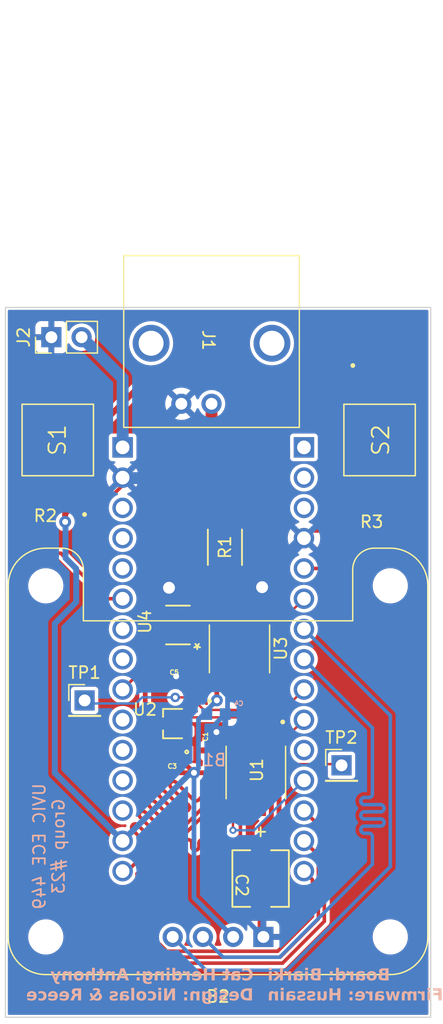
<source format=kicad_pcb>
(kicad_pcb (version 20221018) (generator pcbnew)
  (layers (0 "F.Cu" signal) (31 "B.Cu" signal) (34 "B.Paste" user) (35 "F.Paste" user) (36 "B.SilkS" user "B.Silkscreen") (37 "F.SilkS" user "F.Silkscreen") (38 "B.Mask" user) (39 "F.Mask" user) (44 "Edge.Cuts" user))
  (net 0 "")
  (net 4 "SDA")
  (net 5 "SCL")
  (net 7 "TDC_CS")
  (net 8 "MOSI")
  (net 9 "MISO")
  (net 10 "SPICLK")
  (net 11 "+3.3V")
  (net 14 "DACPin")
  (net 19 "+5V")
  (net 21 "+9V")
  (net 22 "GND")
  (net 23 "TDCEN")
  (net 24 "TDCTRIG")
  (net 25 "PULSESIG")
  (net 26 "STOP")
  (net 27 "REFCLK")
  (net 29 "TDCINTERRUPT")
  (net 30 "Net-(U1-VREG)")
  (net 35 "Net-(U3-OUT)")
  (net 36 "Net-(J1-In)")
  (net 38 "Button 1")
  (net 39 "Button 2")
  (footprint "CRCW0201100KFKED:RC0201N_VIS-M" (layer "F.Cu") (at 107.5 87.884)
    (fp_text reference "R2" (at 0.704 -1.524 unlocked) (layer "F.SilkS"))
    (fp_text value "100k")
    (pad "1" smd rect (at -0.4794 0) (size 0.7588 0.350799) (layers "F.Cu" "F.Paste" "F.Mask") (net 38 "Button 1"))
    (pad "2" smd rect (at 0.4794 0) (size 0.7588 0.350799) (layers "F.Cu" "F.Paste" "F.Mask") (net 22 "GND"))
    (zone (net 0) (net_name "") (layer "F.Cu") (connect_pads (clearance 0)) (min_thickness 0.254)
      (keepout (tracks not_allowed) (vias not_allowed) (pads allowed) (copperpour not_allowed) (footprints allowed))
      (fill (thermal_gap 0.508) (thermal_bridge_width 0.508))
      (polygon (pts (xy 107.4508 87.7848) (xy 107.5492 87.7848) (xy 107.5492 87.9832) (xy 107.4508 87.9832)))
    )
  )
  (footprint "06035C104JAT2A:CAPC1608X90N" (layer "F.Cu") (at 119.1 106.3 180)
    (fp_text reference "C3" (at 0.228 -1.08) (layer "F.SilkS") (effects (font (size 0.393701 0.393701) (thickness 0.098425))))
    (fp_text value "0.1uF")
    (pad "1" smd rect (at -0.775 0 180) (size 0.92 0.98) (layers "F.Cu" "F.Paste" "F.Mask") (net 11 "+3.3V"))
    (pad "2" smd rect (at 0.775 0 180) (size 0.92 0.98) (layers "F.Cu" "F.Paste" "F.Mask") (net 22 "GND"))
  )
  (footprint "WSC251550R00FEA:RES_WSC_2515-M" (layer "F.Cu") (at 123.3 89 90)
    (fp_text reference "R1" (at 0 0 90 unlocked) (layer "F.SilkS"))
    (fp_text value "50R")
    (pad "1" smd rect (at -2.7813 0 90) (size 1.9558 2.667) (layers "F.Cu" "F.Paste" "F.Mask") (net 35 "Net-(U3-OUT)"))
    (pad "2" smd rect (at 2.7813 0 90) (size 1.9558 2.667) (layers "F.Cu" "F.Paste" "F.Mask") (net 36 "Net-(J1-In)"))
    (zone (net 0) (net_name "") (layer "F.Cu") (connect_pads (clearance 0)) (min_thickness 0.254)
      (keepout (tracks not_allowed) (vias not_allowed) (pads allowed) (copperpour not_allowed) (footprints allowed))
      (fill (thermal_gap 0.508) (thermal_bridge_width 0.508))
      (polygon (pts (xy 122.0427 90.7526) (xy 122.0427 87.2474) (xy 124.5573 87.2474) (xy 124.5573 90.7526)))
    )
  )
  (footprint "MAX737AXR805:21-0075D_MXM" (layer "F.Cu") (at 118.9 103.8 90)
    (fp_text reference "U2" (at 1.184 -2.314 unlocked) (layer "F.SilkS"))
    (fp_text value "MAX7375AXR805+T")
    (pad "1" smd rect (at -0.649999 0.9906 90) (size 0.4664 1.106399) (layers "F.Cu" "F.Paste" "F.Mask") (net 11 "+3.3V"))
    (pad "2" smd rect (at 0.649999 0.9906 90) (size 0.4664 1.106399) (layers "F.Cu" "F.Paste" "F.Mask") (net 27 "REFCLK"))
    (pad "3" smd rect (at 0 -0.9906 90) (size 0.4664 1.106399) (layers "F.Cu" "F.Paste" "F.Mask") (net 22 "GND"))
  )
  (footprint "TL3301PF160QG:SW_TL3301PF160QG" (layer "F.Cu") (at 109.25 80 90)
    (fp_text reference "S1" (at -0.01 -0.03 90) (layer "F.SilkS") (effects (font (size 1.4 1.4))))
    (fp_text value "TL3301PF160QG")
    (pad "1" smd rect (at -4.55 2.25 90) (size 2.1 1.4) (layers "F.Cu" "F.Paste" "F.Mask") (net 11 "+3.3V"))
    (pad "2" smd rect (at 4.55 2.25 90) (size 2.1 1.4) (layers "F.Cu" "F.Paste" "F.Mask") (net 11 "+3.3V"))
    (pad "3" smd rect (at -4.55 -2.25 90) (size 2.1 1.4) (layers "F.Cu" "F.Paste" "F.Mask") (net 38 "Button 1"))
    (pad "4" smd rect (at 4.55 -2.25 90) (size 2.1 1.4) (layers "F.Cu" "F.Paste" "F.Mask") (net 38 "Button 1"))
  )
  (footprint "Connector_PinHeader_2.54mm:PinHeader_1x01_P2.54mm_Vertical" (layer "F.Cu") (at 111.506 101.854)
    (fp_text reference "TP1" (at 0 -2.33) (layer "F.SilkS"))
    (fp_text value "TestPoint")
    (pad "1" thru_hole rect (at 0 0) (size 1.7 1.7) (drill 1) (layers "*.Cu" "*.Mask") (net 26 "STOP"))
  )
  (footprint "Connector_PinHeader_2.54mm:PinHeader_1x01_P2.54mm_Vertical" (layer "F.Cu") (at 133.1 107.3)
    (fp_text reference "TP2" (at 0 -2.33) (layer "F.SilkS"))
    (fp_text value "TestPoint")
    (pad "1" thru_hole rect (at 0 0) (size 1.7 1.7) (drill 1) (layers "*.Cu" "*.Mask") (net 27 "REFCLK"))
  )
  (footprint "06035C104JAT2A:CAPC1608X90N" (layer "F.Cu") (at 122.225 106.825 90)
    (fp_text reference "C1" (at 1.923 -0.559 90) (layer "F.SilkS") (effects (font (size 0.393701 0.393701))))
    (fp_text value "0.1uF")
    (pad "1" smd rect (at -0.775 0 90) (size 0.92 0.98) (layers "F.Cu" "F.Paste" "F.Mask") (net 11 "+3.3V"))
    (pad "2" smd rect (at 0.775 0 90) (size 0.92 0.98) (layers "F.Cu" "F.Paste" "F.Mask") (net 22 "GND"))
  )
  (footprint "MAX9011EUT:21-0058I_MXM" (layer "F.Cu") (at 119.35 95.525 180)
    (fp_text reference "U4" (at 2.764 0.275 90 unlocked) (layer "F.SilkS"))
    (fp_text value "MAX9011EUT+T")
    (fp_text user "*" (at -1.61645 -1.475 180 unlocked) (layer "F.SilkS"))
    (fp_text user "*" (at -1.61645 -1.475 180 unlocked) (layer "F.SilkS"))
    (pad "1" smd rect (at -1.362451 -0.950001 180) (size 0.972299 0.558) (layers "F.Cu" "F.Paste" "F.Mask") (net 26 "STOP"))
    (pad "2" smd rect (at -1.362451 0 180) (size 0.972299 0.558) (layers "F.Cu" "F.Paste" "F.Mask") (net 22 "GND"))
    (pad "3" smd rect (at -1.362451 0.950001 180) (size 0.972299 0.558) (layers "F.Cu" "F.Paste" "F.Mask") (net 36 "Net-(J1-In)"))
    (pad "4" smd rect (at 1.362451 0.950001 180) (size 0.972299 0.558) (layers "F.Cu" "F.Paste" "F.Mask") (net 14 "DACPin"))
    (pad "5" smd rect (at 1.362451 0 180) (size 0.972299 0.558) (layers "F.Cu" "F.Paste" "F.Mask") (net 22 "GND"))
    (pad "6" smd rect (at 1.362451 -0.950001 180) (size 0.972299 0.558) (layers "F.Cu" "F.Paste" "F.Mask") (net 11 "+3.3V"))
  )
  (footprint "06035C104JAT2A:CAPC1608X90N" (layer "F.Cu") (at 118.8 98.425 180)
    (fp_text reference "C5" (at -0.24 -1.08) (layer "F.SilkS") (effects (font (size 0.393701 0.393701))))
    (fp_text value "0.1uF")
    (pad "1" smd rect (at -0.775 0 180) (size 0.92 0.98) (layers "F.Cu" "F.Paste" "F.Mask") (net 22 "GND"))
    (pad "2" smd rect (at 0.775 0 180) (size 0.92 0.98) (layers "F.Cu" "F.Paste" "F.Mask") (net 11 "+3.3V"))
  )
  (footprint "SOIC127P600X175-8N:SOIC127P600X175-8N" (layer "F.Cu") (at 124.525 97.525 90)
    (fp_text reference "U3" (at 0.025 3.475 90) (layer "F.SilkS"))
    (fp_text value "BUF602ID")
    (pad "1" smd roundrect (at -2.535 -1.905 90) (size 1.84 0.61) (layers "F.Cu" "F.Paste" "F.Mask") (roundrect_rratio 0.08) (net 11 "+3.3V"))
    (pad "2" smd roundrect (at -2.535 -0.635 90) (size 1.84 0.61) (layers "F.Cu" "F.Paste" "F.Mask") (roundrect_rratio 0.08))
    (pad "3" smd roundrect (at -2.535 0.635 90) (size 1.84 0.61) (layers "F.Cu" "F.Paste" "F.Mask") (roundrect_rratio 0.08))
    (pad "4" smd roundrect (at -2.535 1.905 90) (size 1.84 0.61) (layers "F.Cu" "F.Paste" "F.Mask") (roundrect_rratio 0.08) (net 25 "PULSESIG"))
    (pad "5" smd roundrect (at 2.535 1.905 90) (size 1.84 0.61) (layers "F.Cu" "F.Paste" "F.Mask") (roundrect_rratio 0.08) (net 22 "GND"))
    (pad "6" smd roundrect (at 2.535 0.635 90) (size 1.84 0.61) (layers "F.Cu" "F.Paste" "F.Mask") (roundrect_rratio 0.08))
    (pad "7" smd roundrect (at 2.535 -0.635 90) (size 1.84 0.61) (layers "F.Cu" "F.Paste" "F.Mask") (roundrect_rratio 0.08))
    (pad "8" smd roundrect (at 2.535 -1.905 90) (size 1.84 0.61) (layers "F.Cu" "F.Paste" "F.Mask") (roundrect_rratio 0.08) (net 35 "Net-(U3-OUT)"))
  )
  (footprint "TL3301PF160QG:SW_TL3301PF160QG" (layer "F.Cu") (at 136.3 80 -90)
    (fp_text reference "S2" (at 0.01 -0.098 90) (layer "F.SilkS") (effects (font (size 1.4 1.4))))
    (fp_text value "TL3301PF160QG")
    (pad "1" smd rect (at -4.55 2.25 270) (size 2.1 1.4) (layers "F.Cu" "F.Paste" "F.Mask") (net 11 "+3.3V"))
    (pad "2" smd rect (at 4.55 2.25 270) (size 2.1 1.4) (layers "F.Cu" "F.Paste" "F.Mask") (net 11 "+3.3V"))
    (pad "3" smd rect (at -4.55 -2.25 270) (size 2.1 1.4) (layers "F.Cu" "F.Paste" "F.Mask") (net 39 "Button 2"))
    (pad "4" smd rect (at 4.55 -2.25 270) (size 2.1 1.4) (layers "F.Cu" "F.Paste" "F.Mask") (net 39 "Button 2"))
  )
  (footprint "Library:Adafruit_SSD1306_4Pin" (layer "F.Cu") (at 131.612 121.7 180)
    (fp_text reference "B2" (at 8.89 -5) (layer "F.SilkS"))
    (fp_text value "SSD1306")
    (pad "" np_thru_hole circle (at -5.588 0 180) (size 2.7 2.7) (drill 2.7) (layers "*.Cu" "*.Mask"))
    (pad "" np_thru_hole circle (at -5.588 29.464 180) (size 2.7 2.7) (drill 2.7) (layers "*.Cu" "*.Mask"))
    (pad "" np_thru_hole circle (at 23.368 0 180) (size 2.7 2.7) (drill 2.7) (layers "*.Cu" "*.Mask"))
    (pad "" np_thru_hole circle (at 23.368 29.464 180) (size 2.7 2.7) (drill 2.7) (layers "*.Cu" "*.Mask"))
    (pad "1" thru_hole rect (at 5.08 0 180) (size 1.7 1.7) (drill 1) (layers "*.Cu" "*.Mask") (net 22 "GND"))
    (pad "2" thru_hole circle (at 7.62 0 180) (size 1.7 1.7) (drill 1) (layers "*.Cu" "*.Mask") (net 11 "+3.3V"))
    (pad "3" thru_hole circle (at 10.16 0 180) (size 1.7 1.7) (drill 1) (layers "*.Cu" "*.Mask") (net 5 "SCL"))
    (pad "4" thru_hole circle (at 12.7 0 180) (size 1.7 1.7) (drill 1) (layers "*.Cu" "*.Mask") (net 4 "SDA"))
  )
  (footprint "TDC7200PWR:SOP65P640X120-14N" (layer "F.Cu") (at 125.9 107.9 -90)
    (fp_text reference "U1" (at -0.204 -0.084 90) (layer "F.SilkS"))
    (fp_text value "TDC7200PWR")
    (pad "1" smd roundrect (at -2.87 -1.95 270) (size 1.57 0.41) (layers "F.Cu" "F.Paste" "F.Mask") (roundrect_rratio 0.05) (net 23 "TDCEN"))
    (pad "2" smd roundrect (at -2.87 -1.3 270) (size 1.57 0.41) (layers "F.Cu" "F.Paste" "F.Mask") (roundrect_rratio 0.05) (net 24 "TDCTRIG"))
    (pad "3" smd roundrect (at -2.87 -0.65 270) (size 1.57 0.41) (layers "F.Cu" "F.Paste" "F.Mask") (roundrect_rratio 0.05) (net 25 "PULSESIG"))
    (pad "4" smd roundrect (at -2.87 0 270) (size 1.57 0.41) (layers "F.Cu" "F.Paste" "F.Mask") (roundrect_rratio 0.05) (net 26 "STOP"))
    (pad "5" smd roundrect (at -2.87 0.65 270) (size 1.57 0.41) (layers "F.Cu" "F.Paste" "F.Mask") (roundrect_rratio 0.05) (net 27 "REFCLK"))
    (pad "6" smd roundrect (at -2.87 1.3 270) (size 1.57 0.41) (layers "F.Cu" "F.Paste" "F.Mask") (roundrect_rratio 0.05))
    (pad "7" smd roundrect (at -2.87 1.95 270) (size 1.57 0.41) (layers "F.Cu" "F.Paste" "F.Mask") (roundrect_rratio 0.05) (net 22 "GND"))
    (pad "8" smd roundrect (at 2.87 1.95 270) (size 1.57 0.41) (layers "F.Cu" "F.Paste" "F.Mask") (roundrect_rratio 0.05) (net 29 "TDCINTERRUPT"))
    (pad "9" smd roundrect (at 2.87 1.3 270) (size 1.57 0.41) (layers "F.Cu" "F.Paste" "F.Mask") (roundrect_rratio 0.05) (net 9 "MISO"))
    (pad "10" smd roundrect (at 2.87 0.65 270) (size 1.57 0.41) (layers "F.Cu" "F.Paste" "F.Mask") (roundrect_rratio 0.05) (net 8 "MOSI"))
    (pad "11" smd roundrect (at 2.87 0 270) (size 1.57 0.41) (layers "F.Cu" "F.Paste" "F.Mask") (roundrect_rratio 0.05) (net 7 "TDC_CS"))
    (pad "12" smd roundrect (at 2.87 -0.65 270) (size 1.57 0.41) (layers "F.Cu" "F.Paste" "F.Mask") (roundrect_rratio 0.05) (net 10 "SPICLK"))
    (pad "13" smd roundrect (at 2.87 -1.3 270) (size 1.57 0.41) (layers "F.Cu" "F.Paste" "F.Mask") (roundrect_rratio 0.05) (net 30 "Net-(U1-VREG)"))
    (pad "14" smd roundrect (at 2.87 -1.95 270) (size 1.57 0.41) (layers "F.Cu" "F.Paste" "F.Mask") (roundrect_rratio 0.05) (net 11 "+3.3V"))
  )
  (footprint "Connector_PinHeader_2.54mm:PinHeader_1x02_P2.54mm_Vertical" (layer "F.Cu") (at 108.712 71.374 90)
    (fp_text reference "J2" (at 0 -2.33 90) (layer "F.SilkS"))
    (fp_text value "9v_batt_in")
    (pad "1" thru_hole rect (at 0 0 90) (size 1.7 1.7) (drill 1) (layers "*.Cu" "*.Mask") (net 22 "GND"))
    (pad "2" thru_hole oval (at 0 2.54 90) (size 1.7 1.7) (drill 1) (layers "*.Cu" "*.Mask") (net 21 "+9V"))
  )
  (footprint "UWT1HH010MCL1GB:PCAP_4x5.4-ELECT_NCA-L" (layer "F.Cu") (at 126.3 116.8 -90)
    (fp_text reference "C2" (at 0.548 1.586 -90 unlocked) (layer "F.SilkS"))
    (fp_text value "1uF")
    (pad "1" smd rect (at -1.7526 0 270) (size 2.1082 1.0922) (layers "F.Cu" "F.Paste" "F.Mask") (net 30 "Net-(U1-VREG)"))
    (pad "2" smd rect (at 1.7526 0 270) (size 2.1082 1.0922) (layers "F.Cu" "F.Paste" "F.Mask") (net 22 "GND"))
    (zone (net 0) (net_name "") (layer "F.Cu") (connect_pads (clearance 0)) (min_thickness 0.254)
      (keepout (tracks not_allowed) (vias not_allowed) (pads allowed) (copperpour not_allowed) (footprints allowed))
      (fill (thermal_gap 0.508) (thermal_bridge_width 0.508))
      (polygon (pts (xy 125.7031 114.6029) (xy 125.7031 118.9971) (xy 124.1029 118.9971) (xy 124.1029 114.6029)))
    )
    (zone (net 0) (net_name "") (layer "F.Cu") (connect_pads (clearance 0)) (min_thickness 0.254)
      (keepout (tracks not_allowed) (vias not_allowed) (pads allowed) (copperpour not_allowed) (footprints allowed))
      (fill (thermal_gap 0.508) (thermal_bridge_width 0.508))
      (polygon (pts (xy 126.8969 116.1523) (xy 126.8969 117.4477) (xy 125.7031 117.4477) (xy 125.7031 116.1523)))
    )
    (zone (net 0) (net_name "") (layer "F.Cu") (connect_pads (clearance 0)) (min_thickness 0.254)
      (keepout (tracks not_allowed) (vias not_allowed) (pads allowed) (copperpour not_allowed) (footprints allowed))
      (fill (thermal_gap 0.508) (thermal_bridge_width 0.508))
      (polygon (pts (xy 128.4971 114.6029) (xy 128.4971 118.9971) (xy 126.8969 118.9971) (xy 126.8969 114.6029)))
    )
  )
  (footprint "Library:0731375003_BCN_conn" (layer "F.Cu") (at 122.174 71.882 180)
    (fp_text reference "J1" (at 0.254 0.254 270 unlocked) (layer "F.SilkS"))
    (fp_text value "Conn_Coaxial")
    (pad "" thru_hole circle (at -5.08 0 180) (size 3.1 3.1) (drill 2.1) (layers "*.Cu" "*.Mask"))
    (pad "" thru_hole circle (at 5.08 0 180) (size 3.1 3.1) (drill 2.1) (layers "*.Cu" "*.Mask"))
    (pad "1" thru_hole circle (at 0 -5.08 180) (size 1.7 1.7) (drill 1) (layers "*.Cu" "*.Mask" "Eco2.User") (net 36 "Net-(J1-In)"))
    (pad "2" thru_hole circle (at 2.54 -5.08 180) (size 1.7 1.7) (drill 1) (layers "*.Cu" "*.Mask") (net 22 "GND"))
  )
  (footprint "CRCW0201100KFKED:RC0201N_VIS-M" (layer "F.Cu") (at 138.1016 87.63 180)
    (fp_text reference "R3" (at 2.4656 0.762 unlocked) (layer "F.SilkS"))
    (fp_text value "100k")
    (pad "1" smd rect (at -0.4794 0 180) (size 0.7588 0.350799) (layers "F.Cu" "F.Paste" "F.Mask") (net 39 "Button 2"))
    (pad "2" smd rect (at 0.4794 0 180) (size 0.7588 0.350799) (layers "F.Cu" "F.Paste" "F.Mask") (net 22 "GND"))
    (zone (net 0) (net_name "") (layer "F.Cu") (connect_pads (clearance 0)) (min_thickness 0.254)
      (keepout (tracks not_allowed) (vias not_allowed) (pads allowed) (copperpour not_allowed) (footprints allowed))
      (fill (thermal_gap 0.508) (thermal_bridge_width 0.508))
      (polygon (pts (xy 138.1508 87.7292) (xy 138.0524 87.7292) (xy 138.0524 87.5308) (xy 138.1508 87.5308)))
    )
  )
  (footprint "NUCLEO-G431KB:DIPS1524W66P254L5029H1500Q30N" (layer "B.Cu") (at 122.322 98.3995 180)
    (fp_text reference "B1" (at -0.1 -8.46) (layer "B.SilkS") (effects (justify mirror)))
    (fp_text value "NUCLEO-G431KB")
    (pad "1" thru_hole rect (at -7.62 17.78 180) (size 1.725 1.725) (drill 1.15) (layers "*.Cu" "*.Mask"))
    (pad "2" thru_hole circle (at -7.62 15.24 180) (size 1.725 1.725) (drill 1.15) (layers "*.Cu" "*.Mask"))
    (pad "3" thru_hole circle (at -7.62 12.7 180) (size 1.725 1.725) (drill 1.15) (layers "*.Cu" "*.Mask"))
    (pad "4" thru_hole circle (at -7.62 10.16 180) (size 1.725 1.725) (drill 1.15) (layers "*.Cu" "*.Mask") (net 22 "GND"))
    (pad "5" thru_hole circle (at -7.62 7.62 180) (size 1.725 1.725) (drill 1.15) (layers "*.Cu" "*.Mask") (net 39 "Button 2"))
    (pad "6" thru_hole circle (at -7.62 5.08 180) (size 1.725 1.725) (drill 1.15) (layers "*.Cu" "*.Mask") (net 25 "PULSESIG"))
    (pad "7" thru_hole circle (at -7.62 2.54 180) (size 1.725 1.725) (drill 1.15) (layers "*.Cu" "*.Mask") (net 4 "SDA"))
    (pad "8" thru_hole circle (at -7.62 0 180) (size 1.725 1.725) (drill 1.15) (layers "*.Cu" "*.Mask") (net 5 "SCL"))
    (pad "9" thru_hole circle (at -7.62 -2.54 180) (size 1.725 1.725) (drill 1.15) (layers "*.Cu" "*.Mask") (net 24 "TDCTRIG"))
    (pad "10" thru_hole circle (at -7.62 -5.08 180) (size 1.725 1.725) (drill 1.15) (layers "*.Cu" "*.Mask") (net 23 "TDCEN"))
    (pad "11" thru_hole circle (at -7.62 -7.62 180) (size 1.725 1.725) (drill 1.15) (layers "*.Cu" "*.Mask"))
    (pad "12" thru_hole circle (at -7.62 -10.16 180) (size 1.725 1.725) (drill 1.15) (layers "*.Cu" "*.Mask") (net 29 "TDCINTERRUPT"))
    (pad "13" thru_hole circle (at -7.62 -12.7 180) (size 1.725 1.725) (drill 1.15) (layers "*.Cu" "*.Mask") (net 7 "TDC_CS"))
    (pad "14" thru_hole circle (at -7.62 -15.24 180) (size 1.725 1.725) (drill 1.15) (layers "*.Cu" "*.Mask") (net 8 "MOSI"))
    (pad "15" thru_hole circle (at -7.62 -17.78 180) (size 1.725 1.725) (drill 1.15) (layers "*.Cu" "*.Mask") (net 9 "MISO"))
    (pad "16" thru_hole circle (at 7.62 -17.78 180) (size 1.725 1.725) (drill 1.15) (layers "*.Cu" "*.Mask") (net 10 "SPICLK"))
    (pad "17" thru_hole circle (at 7.62 -15.24 180) (size 1.725 1.725) (drill 1.15) (layers "*.Cu" "*.Mask") (net 11 "+3.3V"))
    (pad "18" thru_hole circle (at 7.62 -12.7 180) (size 1.725 1.725) (drill 1.15) (layers "*.Cu" "*.Mask"))
    (pad "19" thru_hole circle (at 7.62 -10.16 180) (size 1.725 1.725) (drill 1.15) (layers "*.Cu" "*.Mask"))
    (pad "20" thru_hole circle (at 7.62 -7.62 180) (size 1.725 1.725) (drill 1.15) (layers "*.Cu" "*.Mask"))
    (pad "21" thru_hole circle (at 7.62 -5.08 180) (size 1.725 1.725) (drill 1.15) (layers "*.Cu" "*.Mask"))
    (pad "22" thru_hole circle (at 7.62 -2.54 180) (size 1.725 1.725) (drill 1.15) (layers "*.Cu" "*.Mask") (net 14 "DACPin"))
    (pad "23" thru_hole circle (at 7.62 0 180) (size 1.725 1.725) (drill 1.15) (layers "*.Cu" "*.Mask"))
    (pad "24" thru_hole circle (at 7.62 2.54 180) (size 1.725 1.725) (drill 1.15) (layers "*.Cu" "*.Mask"))
    (pad "25" thru_hole circle (at 7.62 5.08 180) (size 1.725 1.725) (drill 1.15) (layers "*.Cu" "*.Mask") (net 38 "Button 1"))
    (pad "26" thru_hole circle (at 7.62 7.62 180) (size 1.725 1.725) (drill 1.15) (layers "*.Cu" "*.Mask"))
    (pad "27" thru_hole circle (at 7.62 10.16 180) (size 1.725 1.725) (drill 1.15) (layers "*.Cu" "*.Mask") (net 19 "+5V"))
    (pad "28" thru_hole circle (at 7.62 12.7 180) (size 1.725 1.725) (drill 1.15) (layers "*.Cu" "*.Mask"))
    (pad "29" thru_hole circle (at 7.62 15.24 180) (size 1.725 1.725) (drill 1.15) (layers "*.Cu" "*.Mask") (net 22 "GND"))
    (pad "30" thru_hole rect (at 7.62 17.78 180) (size 1.725 1.725) (drill 1.15) (layers "*.Cu" "*.Mask") (net 21 "+9V"))
  )
  (footprint "06035C104JAT2A:CAPC1608X90N" (layer "B.Cu") (at 122.55 103 180)
    (fp_text reference "C4" (at -1.91 0.892) (layer "B.SilkS") (effects (font (size 0.393701 0.393701)) (justify mirror)))
    (fp_text value "0.1uF")
    (pad "1" smd rect (at -0.775 0 180) (size 0.92 0.98) (layers "B.Cu" "B.Paste" "B.Mask") (net 22 "GND"))
    (pad "2" smd rect (at 0.775 0 180) (size 0.92 0.98) (layers "B.Cu" "B.Paste" "B.Mask") (net 11 "+3.3V"))
  )
  (gr_rect (start 104.85 68.876) (end 140.6 128.44) (stroke (width 0.1)) (fill none) (layer "Edge.Cuts"))
  (gr_text "Cat Herding: Anthony\nDesign: Nicolas & Reece" (at 125.7 127.2) (layer "B.SilkS") (effects (font (size 1 1) (thickness 0.2) bold) (justify left bottom mirror)))
  (gr_text "UVIC ECE 449\nGroup #23" (at 109.9 114.1 90) (layer "B.SilkS") (effects (font (size 1 1)) (justify bottom mirror)))
  (gr_text "Board: Biarki\nFirmware: Hussain" (at 126.88 127.2) (layer "B.SilkS") (effects (font (size 1 1) (thickness 0.2) bold) (justify right bottom mirror)))
  (segment (start 118.912 121.7) (end 121.712 124.5) (width 0.3) (layer "B.Cu") (net 4))
  (segment (start 128.5 124.5) (end 137.2 115.8) (width 0.3) (layer "B.Cu") (net 4))
  (segment (start 121.712 124.5) (end 128.5 124.5) (width 0.3) (layer "B.Cu") (net 4))
  (segment (start 137.2 103.1175) (end 129.942 95.8595) (width 0.3) (layer "B.Cu") (net 4))
  (segment (start 137.2 115.8) (end 137.2 103.1175) (width 0.3) (layer "B.Cu") (net 4))
  (segment (start 135.7 111.2) (end 135.022349 111.2) (width 0.3) (layer "B.Cu") (net 5))
  (segment (start 135.4 110) (end 135.022346 110) (width 0.3) (layer "B.Cu") (net 5))
  (segment (start 127.9 123.4) (end 123.152 123.4) (width 0.3) (layer "B.Cu") (net 5))
  (segment (start 135.4 110.6) (end 136.377654 110.6) (width 0.3) (layer "B.Cu") (net 5))
  (segment (start 135.022349 111.8) (end 135.7 111.8) (width 0.3) (layer "B.Cu") (net 5))
  (segment (start 135.7 113.3) (end 135.7 114.394033) (width 0.3) (layer "B.Cu") (net 5))
  (segment (start 123.152 123.4) (end 121.452 121.7) (width 0.3) (layer "B.Cu") (net 5))
  (segment (start 135.022346 110.6) (end 135.4 110.6) (width 0.3) (layer "B.Cu") (net 5))
  (segment (start 136.377654 111.2) (end 135.7 111.2) (width 0.3) (layer "B.Cu") (net 5))
  (segment (start 136.37765 112.4) (end 135.7 112.4) (width 0.3) (layer "B.Cu") (net 5))
  (segment (start 135.7 104.1575) (end 135.7 109.7) (width 0.3) (layer "B.Cu") (net 5))
  (segment (start 135.022346 113) (end 135.4 113) (width 0.3) (layer "B.Cu") (net 5))
  (segment (start 129.942 98.3995) (end 135.7 104.1575) (width 0.3) (layer "B.Cu") (net 5))
  (segment (start 135.7 114.394033) (end 135.7 115.6) (width 0.3) (layer "B.Cu") (net 5))
  (segment (start 135.7 112.4) (end 135.022346 112.4) (width 0.3) (layer "B.Cu") (net 5))
  (segment (start 135.7 115.6) (end 127.9 123.4) (width 0.3) (layer "B.Cu") (net 5))
  (segment (start 135.7 111.8) (end 136.37765 111.8) (width 0.3) (layer "B.Cu") (net 5))
  (arc (start 136.37765 111.8) (mid 136.589782 111.887868) (end 136.67765 112.1) (width 0.3) (layer "B.Cu") (net 5))
  (arc (start 135.022346 110) (mid 134.810214 110.087868) (end 134.722346 110.3) (width 0.3) (layer "B.Cu") (net 5))
  (arc (start 136.377654 110.6) (mid 136.589786 110.687868) (end 136.677654 110.9) (width 0.3) (layer "B.Cu") (net 5))
  (arc (start 134.722346 112.7) (mid 134.810214 112.912132) (end 135.022346 113) (width 0.3) (layer "B.Cu") (net 5))
  (arc (start 135.4 113) (mid 135.612132 113.087868) (end 135.7 113.3) (width 0.3) (layer "B.Cu") (net 5))
  (arc (start 136.67765 112.1) (mid 136.589782 112.312132) (end 136.37765 112.4) (width 0.3) (layer "B.Cu") (net 5))
  (arc (start 135.022349 111.2) (mid 134.810217 111.287868) (end 134.722349 111.5) (width 0.3) (layer "B.Cu") (net 5))
  (arc (start 134.722349 111.5) (mid 134.810217 111.712132) (end 135.022349 111.8) (width 0.3) (layer "B.Cu") (net 5))
  (arc (start 135.022346 112.4) (mid 134.810214 112.487868) (end 134.722346 112.7) (width 0.3) (layer "B.Cu") (net 5))
  (arc (start 135.7 109.7) (mid 135.612132 109.912132) (end 135.4 110) (width 0.3) (layer "B.Cu") (net 5))
  (arc (start 134.722346 110.3) (mid 134.810214 110.512132) (end 135.022346 110.6) (width 0.3) (layer "B.Cu") (net 5))
  (arc (start 136.677654 110.9) (mid 136.589786 111.112132) (end 136.377654 111.2) (width 0.3) (layer "B.Cu") (net 5))
  (segment (start 125.9 109.074) (end 125.9 110.7) (width 0.3) (layer "F.Cu") (net 7))
  (segment (start 123.645964 108.65) (end 125.476 108.65) (width 0.3) (layer "F.Cu") (net 7))
  (segment (start 115.9145 121.813769) (end 115.9145 116.38121) (width 0.3) (layer "F.Cu") (net 7))
  (segment (start 121.104843 111.191121) (end 123.645964 108.65) (width 0.3) (layer "F.Cu") (net 7))
  (segment (start 131.6545 120.391712) (end 128.146212 123.9) (width 0.3) (layer "F.Cu") (net 7))
  (segment (start 128.146212 123.9) (end 118.000731 123.9) (width 0.3) (layer "F.Cu") (net 7))
  (segment (start 131.6545 112.812) (end 131.6545 120.391712) (width 0.3) (layer "F.Cu") (net 7))
  (segment (start 118.000731 123.9) (end 115.9145 121.813769) (width 0.3) (layer "F.Cu") (net 7))
  (segment (start 120.905213 111.398734) (end 121.104843 111.191121) (width 0.3) (layer "F.Cu") (net 7))
  (segment (start 125.476 108.65) (end 125.9 109.074) (width 0.3) (layer "F.Cu") (net 7))
  (segment (start 120.896811 111.398899) (end 120.905213 111.398734) (width 0.3) (layer "F.Cu") (net 7))
  (segment (start 129.942 111.0995) (end 131.6545 112.812) (width 0.3) (layer "F.Cu") (net 7))
  (segment (start 115.9145 116.38121) (end 120.896811 111.398899) (width 0.3) (layer "F.Cu") (net 7))
  (segment (start 131.1545 114.852) (end 131.1545 120.184606) (width 0.3) (layer "F.Cu") (net 8))
  (segment (start 121.468227 111.534589) (end 123.852816 109.15) (width 0.3) (layer "F.Cu") (net 8))
  (segment (start 121.12208 111.894579) (end 121.468227 111.534589) (width 0.3) (layer "F.Cu") (net 8))
  (segment (start 121.10796 111.894856) (end 121.12208 111.894579) (width 0.3) (layer "F.Cu") (net 8))
  (segment (start 116.529918 121.722081) (end 116.529918 116.472898) (width 0.3) (layer "F.Cu") (net 8))
  (segment (start 125.25 109.248) (end 125.25 110.7) (width 0.3) (layer "F.Cu") (net 8))
  (segment (start 129.942 113.6395) (end 131.1545 114.852) (width 0.3) (layer "F.Cu") (net 8))
  (segment (start 131.1545 120.184606) (end 127.939106 123.4) (width 0.3) (layer "F.Cu") (net 8))
  (segment (start 127.939106 123.4) (end 118.207837 123.4) (width 0.3) (layer "F.Cu") (net 8))
  (segment (start 118.207837 123.4) (end 116.529918 121.722081) (width 0.3) (layer "F.Cu") (net 8))
  (segment (start 116.529918 116.472898) (end 121.10796 111.894856) (width 0.3) (layer "F.Cu") (net 8))
  (segment (start 125.152 109.15) (end 125.25 109.248) (width 0.3) (layer "F.Cu") (net 8))
  (segment (start 123.852816 109.15) (end 125.152 109.15) (width 0.3) (layer "F.Cu") (net 8))
  (segment (start 121.112 113.838) (end 121.112 114.132874) (width 0.3) (layer "F.Cu") (net 9))
  (segment (start 120.212 113.538) (end 120.171922 113.538) (width 0.3) (layer "F.Cu") (net 9))
  (segment (start 120.171922 113.538) (end 119.252684 114.457238) (width 0.3) (layer "F.Cu") (net 9))
  (segment (start 118.404157 115.305769) (end 118.404154 115.305768) (width 0.3) (layer "F.Cu") (net 9))
  (segment (start 119.252683 114.881504) (end 119.461197 115.090018) (width 0.3) (layer "F.Cu") (net 9))
  (segment (start 130.6545 119.9775) (end 130.6545 116.892) (width 0.3) (layer "F.Cu") (net 9))
  (segment (start 119.461197 115.514282) (end 119.461198 115.514282) (width 0.3) (layer "F.Cu") (net 9))
  (segment (start 117.555626 116.154301) (end 117.555625 116.154298) (width 0.3) (layer "F.Cu") (net 9))
  (segment (start 124.206 113.538) (end 121.412 113.538) (width 0.3) (layer "F.Cu") (net 9))
  (segment (start 118.612677 116.362821) (end 118.612676 116.362823) (width 0.3) (layer "F.Cu") (net 9))
  (segment (start 119.252684 114.881504) (end 119.252683 114.881504) (width 0.3) (layer "F.Cu") (net 9))
  (segment (start 118.612676 116.362821) (end 118.612677 116.362821) (width 0.3) (layer "F.Cu") (net 9))
  (segment (start 118.404153 115.730034) (end 118.612676 115.938557) (width 0.3) (layer "F.Cu") (net 9))
  (segment (start 124.6 113.144) (end 124.206 113.538) (width 0.3) (layer "F.Cu") (net 9))
  (segment (start 130.6545 116.892) (end 129.942 116.1795) (width 0.3) (layer "F.Cu") (net 9))
  (segment (start 120.512 114.132874) (end 120.512 113.838) (width 0.3) (layer "F.Cu") (net 9))
  (segment (start 117.029918 116.680004) (end 117.029918 117.330004) (width 0.3) (layer "F.Cu") (net 9))
  (segment (start 124.6 110.7) (end 124.6 113.144) (width 0.3) (layer "F.Cu") (net 9))
  (segment (start 117.329918 117.630004) (end 117.624814 117.630004) (width 0.3) (layer "F.Cu") (net 9))
  (segment (start 117.555625 116.154298) (end 117.029918 116.680004) (width 0.3) (layer "F.Cu") (net 9))
  (segment (start 119.036934 115.514282) (end 118.828421 115.305769) (width 0.3) (layer "F.Cu") (net 9))
  (segment (start 118.414943 122.9) (end 127.732 122.9) (width 0.3) (layer "F.Cu") (net 9))
  (segment (start 117.624792 119.430004) (end 117.329918 119.430004) (width 0.3) (layer "F.Cu") (net 9))
  (segment (start 117.329918 118.830004) (end 117.624792 118.830004) (width 0.3) (layer "F.Cu") (net 9))
  (segment (start 127.732 122.9) (end 130.6545 119.9775) (width 0.3) (layer "F.Cu") (net 9))
  (segment (start 118.404154 115.730034) (end 118.404153 115.730034) (width 0.3) (layer "F.Cu") (net 9))
  (segment (start 117.029918 121.514975) (end 118.414943 122.9) (width 0.3) (layer "F.Cu") (net 9))
  (segment (start 118.188412 116.362823) (end 117.97989 116.154301) (width 0.3) (layer "F.Cu") (net 9))
  (segment (start 117.029918 119.730004) (end 117.029918 121.514975) (width 0.3) (layer "F.Cu") (net 9))
  (segment (start 117.624814 118.230004) (end 117.329918 118.230004) (width 0.3) (layer "F.Cu") (net 9))
  (arc (start 117.624792 118.830004) (mid 117.836924 118.917872) (end 117.924792 119.130004) (width 0.3) (layer "F.Cu") (net 9))
  (arc (start 117.329918 118.230004) (mid 117.117786 118.317872) (end 117.029918 118.530004) (width 0.3) (layer "F.Cu") (net 9))
  (arc (start 119.252684 114.457238) (mid 119.164815 114.669372) (end 119.252684 114.881504) (width 0.3) (layer "F.Cu") (net 9))
  (arc (start 121.412 113.538) (mid 121.199868 113.625868) (end 121.112 113.838) (width 0.3) (layer "F.Cu") (net 9))
  (arc (start 117.924792 119.130004) (mid 117.836924 119.342136) (end 117.624792 119.430004) (width 0.3) (layer "F.Cu") (net 9))
  (arc (start 118.612676 115.938557) (mid 118.700544 116.150689) (end 118.612676 116.362821) (width 0.3) (layer "F.Cu") (net 9))
  (arc (start 118.828421 115.305769) (mid 118.616289 115.217901) (end 118.404157 115.305769) (width 0.3) (layer "F.Cu") (net 9))
  (arc (start 121.112 114.132874) (mid 121.024132 114.345006) (end 120.812 114.432874) (width 0.3) (layer "F.Cu") (net 9))
  (arc (start 117.029918 117.330004) (mid 117.117786 117.542136) (end 117.329918 117.630004) (width 0.3) (layer "F.Cu") (net 9))
  (arc (start 117.924814 117.930004) (mid 117.836946 118.142136) (end 117.624814 118.230004) (width 0.3) (layer "F.Cu") (net 9))
  (arc (start 120.512 113.838) (mid 120.424132 113.625868) (end 120.212 113.538) (width 0.3) (layer "F.Cu") (net 9))
  (arc (start 119.461197 115.090018) (mid 119.549065 115.30215) (end 119.461197 115.514282) (width 0.3) (layer "F.Cu") (net 9))
  (arc (start 117.029918 118.530004) (mid 117.117786 118.742136) (end 117.329918 118.830004) (width 0.3) (layer "F.Cu") (net 9))
  (arc (start 117.97989 116.154301) (mid 117.767758 116.066433) (end 117.555626 116.154301) (width 0.3) (layer "F.Cu") (net 9))
  (arc (start 117.329918 119.430004) (mid 117.117786 119.517872) (end 117.029918 119.730004) (width 0.3) (layer "F.Cu") (net 9))
  (arc (start 118.612676 116.362823) (mid 118.400544 116.450691) (end 118.188412 116.362823) (width 0.3) (layer "F.Cu") (net 9))
  (arc (start 119.461198 115.514282) (mid 119.249066 115.60215) (end 119.036934 115.514282) (width 0.3) (layer "F.Cu") (net 9))
  (arc (start 118.404154 115.305768) (mid 118.316285 115.517902) (end 118.404154 115.730034) (width 0.3) (layer "F.Cu") (net 9))
  (arc (start 120.812 114.432874) (mid 120.599868 114.345006) (end 120.512 114.132874) (width 0.3) (layer "F.Cu") (net 9))
  (arc (start 117.624814 117.630004) (mid 117.836946 117.717872) (end 117.924814 117.930004) (width 0.3) (layer "F.Cu") (net 9))
  (segment (start 119.38662 111.474116) (end 117.84363 109.931126) (width 0.3) (layer "F.Cu") (net 10))
  (segment (start 121.08368 110.201321) (end 123.11 108.175) (width 0.3) (layer "F.Cu") (net 10))
  (segment (start 119.38662 111.898381) (end 119.38662 111.89838) (width 0.3) (layer "F.Cu") (net 10))
  (segment (start 117.419392 110.355417) (end 118.962357 111.898382) (width 0.3) (layer "F.Cu") (net 10))
  (segment (start 115.545549 112.299961) (end 115.545551 112.29996) (width 0.3) (layer "F.Cu") (net 10))
  (segment (start 125.672752 108.175) (end 126.55 109.052248) (width 0.3) (layer "F.Cu") (net 10))
  (segment (start 117.84363 109.506862) (end 117.843632 109.506861) (width 0.3) (layer "F.Cu") (net 10))
  (segment (start 118.53809 112.322646) (end 116.995126 110.779682) (width 0.3) (layer "F.Cu") (net 10))
  (segment (start 114.702 116.1795) (end 115.1055 116.1795) (width 0.3) (layer "F.Cu") (net 10))
  (segment (start 117.68956 113.171176) (end 116.181946 111.663562) (width 0.3) (layer "F.Cu") (net 10))
  (segment (start 123.11 108.175) (end 125.672752 108.175) (width 0.3) (layer "F.Cu") (net 10))
  (segment (start 116.358724 114.385929) (end 116.416767 114.443972) (width 0.3) (layer "F.Cu") (net 10))
  (segment (start 120.23515 110.625586) (end 118.762873 109.153309) (width 0.3) (layer "F.Cu") (net 10))
  (segment (start 116.606212 111.239297) (end 118.113827 112.746912) (width 0.3) (layer "F.Cu") (net 10))
  (segment (start 117.68956 113.595441) (end 117.68956 113.59544) (width 0.3) (layer "F.Cu") (net 10))
  (segment (start 116.181946 111.239298) (end 116.181948 111.239297) (width 0.3) (layer "F.Cu") (net 10))
  (segment (start 116.84103 114.443971) (end 116.84103 114.44397) (width 0.3) (layer "F.Cu") (net 10))
  (segment (start 115.934458 114.38593) (end 115.93446 114.385929) (width 0.3) (layer "F.Cu") (net 10))
  (segment (start 121.083681 110.201322) (end 121.08368 110.201321) (width 0.3) (layer "F.Cu") (net 10))
  (segment (start 116.84103 114.019706) (end 115.545549 112.724225) (width 0.3) (layer "F.Cu") (net 10))
  (segment (start 116.841031 114.443972) (end 116.84103 114.443971) (width 0.3) (layer "F.Cu") (net 10))
  (segment (start 120.23515 111.049851) (end 120.23515 111.04985) (width 0.3) (layer "F.Cu") (net 10))
  (segment (start 120.235151 111.049852) (end 120.23515 111.049851) (width 0.3) (layer "F.Cu") (net 10))
  (segment (start 119.187139 108.729044) (end 120.659417 110.201322) (width 0.3) (layer "F.Cu") (net 10))
  (segment (start 118.267896 109.506861) (end 119.810887 111.049852) (width 0.3) (layer "F.Cu") (net 10))
  (segment (start 115.969815 112.29996) (end 117.265297 113.595442) (width 0.3) (layer "F.Cu") (net 10))
  (segment (start 126.55 109.052248) (end 126.55 110.7) (width 0.3) (layer "F.Cu") (net 10))
  (segment (start 118.762873 108.729045) (end 118.762875 108.729044) (width 0.3) (layer "F.Cu") (net 10))
  (segment (start 116.995126 110.355418) (end 116.995128 110.355417) (width 0.3) (layer "F.Cu") (net 10))
  (segment (start 118.538091 112.746912) (end 118.53809 112.746911) (width 0.3) (layer "F.Cu") (net 10))
  (segment (start 115.1055 116.1795) (end 115.9925 115.2925) (width 0.3) (layer "F.Cu") (net 10))
  (segment (start 118.53809 112.746911) (end 118.53809 112.74691) (width 0.3) (layer "F.Cu") (net 10))
  (segment (start 117.689561 113.595442) (end 117.68956 113.595441) (width 0.3) (layer "F.Cu") (net 10))
  (segment (start 115.9925 114.868236) (end 115.934458 114.810194) (width 0.3) (layer "F.Cu") (net 10))
  (segment (start 119.386621 111.898382) (end 119.38662 111.898381) (width 0.3) (layer "F.Cu") (net 10))
  (arc (start 120.23515 111.04985) (mid 120.323018 110.837718) (end 120.23515 110.625586) (width 0.3) (layer "F.Cu") (net 10))
  (arc (start 115.934458 114.810194) (mid 115.84659 114.598062) (end 115.934458 114.38593) (width 0.3) (layer "F.Cu") (net 10))
  (arc (start 119.810887 111.049852) (mid 120.023019 111.13772) (end 120.235151 111.049852) (width 0.3) (layer "F.Cu") (net 10))
  (arc (start 118.53809 112.74691) (mid 118.625958 112.534778) (end 118.53809 112.322646) (width 0.3) (layer "F.Cu") (net 10))
  (arc (start 117.265297 113.595442) (mid 117.477429 113.68331) (end 117.689561 113.595442) (width 0.3) (layer "F.Cu") (net 10))
  (arc (start 117.68956 113.59544) (mid 117.777428 113.383308) (end 117.68956 113.171176) (width 0.3) (layer "F.Cu") (net 10))
  (arc (start 118.762873 109.153309) (mid 118.675005 108.941177) (end 118.762873 108.729045) (width 0.3) (layer "F.Cu") (net 10))
  (arc (start 118.762875 108.729044) (mid 118.975007 108.641176) (end 119.187139 108.729044) (width 0.3) (layer "F.Cu") (net 10))
  (arc (start 117.843632 109.506861) (mid 118.055764 109.418993) (end 118.267896 109.506861) (width 0.3) (layer "F.Cu") (net 10))
  (arc (start 120.659417 110.201322) (mid 120.871549 110.28919) (end 121.083681 110.201322) (width 0.3) (layer "F.Cu") (net 10))
  (arc (start 116.995128 110.355417) (mid 117.20726 110.267549) (end 117.419392 110.355417) (width 0.3) (layer "F.Cu") (net 10))
  (arc (start 116.416767 114.443972) (mid 116.628899 114.53184) (end 116.841031 114.443972) (width 0.3) (layer "F.Cu") (net 10))
  (arc (start 115.9925 115.2925) (mid 116.080368 115.080368) (end 115.9925 114.868236) (width 0.3) (layer "F.Cu") (net 10))
  (arc (start 115.545549 112.724225) (mid 115.457681 112.512093) (end 115.545549 112.299961) (width 0.3) (layer "F.Cu") (net 10))
  (arc (start 116.995126 110.779682) (mid 116.907258 110.56755) (end 116.995126 110.355418) (width 0.3) (layer "F.Cu") (net 10))
  (arc (start 116.181946 111.663562) (mid 116.094078 111.45143) (end 116.181946 111.239298) (width 0.3) (layer "F.Cu") (net 10))
  (arc (start 115.93446 114.385929) (mid 116.146592 114.298061) (end 116.358724 114.385929) (width 0.3) (layer "F.Cu") (net 10))
  (arc (start 116.84103 114.44397) (mid 116.928898 114.231838) (end 116.84103 114.019706) (width 0.3) (layer "F.Cu") (net 10))
  (arc (start 115.545551 112.29996) (mid 115.757683 112.212092) (end 115.969815 112.29996) (width 0.3) (layer "F.Cu") (net 10))
  (arc (start 119.38662 111.89838) (mid 119.474488 111.686248) (end 119.38662 111.474116) (width 0.3) (layer "F.Cu") (net 10))
  (arc (start 117.84363 109.931126) (mid 117.755762 109.718994) (end 117.84363 109.506862) (width 0.3) (layer "F.Cu") (net 10))
  (arc (start 118.962357 111.898382) (mid 119.174489 111.98625) (end 119.386621 111.898382) (width 0.3) (layer "F.Cu") (net 10))
  (arc (start 116.181948 111.239297) (mid 116.39408 111.151429) (end 116.606212 111.239297) (width 0.3) (layer "F.Cu") (net 10))
  (arc (start 118.113827 112.746912) (mid 118.325959 112.83478) (end 118.538091 112.746912) (width 0.3) (layer "F.Cu") (net 10))
  (segment (start 111.5 81.1965) (end 111.5 75.45) (width 0.5) (layer "F.Cu") (net 11))
  (segment (start 126.65 107.6) (end 127.85 108.8) (width 0.4) (layer "F.Cu") (net 11))
  (segment (start 116.416 75.184) (end 129.334 75.184) (width 0.5) (layer "F.Cu") (net 11))
  (segment (start 119.875 104.465599) (end 119.8906 104.449999) (width 0.4) (layer "F.Cu") (net 11))
  (segment (start 120.7 107.925) (end 121.9 107.925) (width 0.4) (layer "F.Cu") (net 11))
  (segment (start 117.987549 98.387549) (end 118.025 98.425) (width 0.4) (layer "F.Cu") (net 11))
  (segment (start 116.6 107.2) (end 116.6 99.85) (width 0.4) (layer "F.Cu") (net 11))
  (segment (start 116.6 99.85) (end 118.025 98.425) (width 0.4) (layer "F.Cu") (net 11))
  (segment (start 109.871 86.871) (end 109.871 86.179) (width 0.5) (layer "F.Cu") (net 11))
  (segment (start 120.7 107.925) (end 117.325 107.925) (width 0.4) (layer "F.Cu") (net 11))
  (segment (start 122.225 107.6) (end 126.65 107.6) (width 0.4) (layer "F.Cu") (net 11))
  (segment (start 134.05 84.55) (end 134.05 79.9) (width 0.5) (layer "F.Cu") (net 11))
  (segment (start 117.325 107.925) (end 116.6 107.2) (width 0.4) (layer "F.Cu") (net 11))
  (segment (start 122.62 101.85) (end 122.62 100.06) (width 0.4) (layer "F.Cu") (net 11))
  (segment (start 134.05 79.9) (end 134.05 75.45) (width 0.5) (layer "F.Cu") (net 11))
  (segment (start 111.5 81.1965) (end 111.5 84.55) (width 0.5) (layer "F.Cu") (net 11))
  (segment (start 111.5 81.1965) (end 111.5 80.1) (width 0.5) (layer "F.Cu") (net 11))
  (segment (start 119.875 107.1) (end 119.875 104.465599) (width 0.4) (layer "F.Cu") (net 11))
  (segment (start 127.85 108.8) (end 127.85 110.77) (width 0.4) (layer "F.Cu") (net 11))
  (segment (start 120.7 107.925) (end 119.875 107.1) (width 0.4) (layer "F.Cu") (net 11))
  (segment (start 129.334 75.184) (end 134.05 79.9) (width 0.5) (layer "F.Cu") (net 11))
  (segment (start 109.871 86.179) (end 111.5 84.55) (width 0.5) (layer "F.Cu") (net 11))
  (segment (start 121.9 107.925) (end 122.225 107.6) (width 0.4) (layer "F.Cu") (net 11))
  (segment (start 111.5 80.1) (end 116.416 75.184) (width 0.5) (layer "F.Cu") (net 11))
  (segment (start 117.987549 96.475001) (end 117.987549 98.387549) (width 0.4) (layer "F.Cu") (net 11))
  (via (at 122.62 101.85) (size 1) (drill 0.5) (layers "F.Cu" "B.Cu") (net 11))
  (via (at 109.871 86.871) (size 1) (drill 0.5) (layers "F.Cu" "B.Cu") (net 11))
  (via (at 120.7 107.925) (size 1) (drill 0.5) (layers "F.Cu" "B.Cu") (net 11))
  (segment (start 123.992 121.7) (end 120.7 118.408) (width 0.4) (layer "B.Cu") (net 11))
  (segment (start 121.775 102.695) (end 122.62 101.85) (width 0.4) (layer "B.Cu") (net 11))
  (segment (start 109 107.9375) (end 109 95.4) (width 0.5) (layer "B.Cu") (net 11))
  (segment (start 109.9 86.9) (end 109.871 86.871) (width 0.5) (layer "B.Cu") (net 11))
  (segment (start 121.526472 103) (end 121.775 103) (width 0.4) (layer "B.Cu") (net 11))
  (segment (start 109.9 89.9) (end 109.9 86.9) (width 0.5) (layer "B.Cu") (net 11))
  (segment (start 120.4165 107.925) (end 120.7 107.925) (width 0.5) (layer "B.Cu") (net 11))
  (segment (start 121.075 107.55) (end 121.075 103.451472) (width 0.4) (layer "B.Cu") (net 11))
  (segment (start 120.7 118.408) (end 120.7 107.925) (width 0.4) (layer "B.Cu") (net 11))
  (segment (start 120.7 107.925) (end 121.075 107.55) (width 0.4) (layer "B.Cu") (net 11))
  (segment (start 109 95.4) (end 110.8 93.6) (width 0.5) (layer "B.Cu") (net 11))
  (segment (start 110.8 90.8) (end 109.9 89.9) (width 0.5) (layer "B.Cu") (net 11))
  (segment (start 121.775 103) (end 121.775 102.695) (width 0.4) (layer "B.Cu") (net 11))
  (segment (start 121.075 103.451472) (end 121.526472 103) (width 0.4) (layer "B.Cu") (net 11))
  (segment (start 114.702 113.6395) (end 120.4165 107.925) (width 0.5) (layer "B.Cu") (net 11))
  (segment (start 110.8 93.6) (end 110.8 90.8) (width 0.5) (layer "B.Cu") (net 11))
  (segment (start 114.702 113.6395) (end 109 107.9375) (width 0.5) (layer "B.Cu") (net 11))
  (segment (start 116.625001 94.574999) (end 117.987549 94.574999) (width 0.25) (layer "F.Cu") (net 14))
  (segment (start 114.702 100.9395) (end 116.2 99.4415) (width 0.25) (layer "F.Cu") (net 14))
  (segment (start 116.2 99.4415) (end 116.2 95) (width 0.25) (layer "F.Cu") (net 14))
  (segment (start 116.2 95) (end 116.625001 94.574999) (width 0.25) (layer "F.Cu") (net 14))
  (segment (start 111.252 71.374) (end 114.702 74.824) (width 1) (layer "B.Cu") (net 21))
  (segment (start 114.702 74.824) (end 114.702 80.6195) (width 1) (layer "B.Cu") (net 21))
  (segment (start 119.2 93) (end 119.2 95.525) (width 0.4) (layer "F.Cu") (net 22))
  (segment (start 137.6222 87.63) (end 130.5515 87.63) (width 0.3) (layer "F.Cu") (net 22))
  (segment (start 126.425 92.35) (end 126.43 92.355) (width 0.4) (layer "F.Cu") (net 22))
  (segment (start 119.4094 100.0344) (end 119.2 99.825) (width 0.4) (layer "F.Cu") (net 22))
  (segment (start 119.2 95.525) (end 117.987549 95.525) (width 0.5) (layer "F.Cu") (net 22))
  (segment (start 122.225 104.875) (end 122.5875 104.5125) (width 0.4) (layer "F.Cu") (net 22))
  (segment (start 130.5515 87.63) (end 129.942 88.2395) (width 0.3) (layer "F.Cu") (net 22))
  (segment (start 110.616 87.884) (end 107.9794 87.884) (width 0.3) (layer "F.Cu") (net 22))
  (segment (start 118.6 92.4) (end 119.2 93) (width 0.4) (layer "F.Cu") (net 22))
  (segment (start 114.702 83.798) (end 110.616 87.884) (width 0.3) (layer "F.Cu") (net 22))
  (segment (start 126.3 118.5526) (end 126.3 121.468) (width 0.5) (layer "F.Cu") (net 22))
  (segment (start 122.225 106.05) (end 122.225 104.875) (width 0.4) (layer "F.Cu") (net 22))
  (segment (start 117.9094 101.1156) (end 117.9094 105.8844) (width 0.4) (layer "F.Cu") (net 22))
  (segment (start 117.9094 105.8844) (end 118.325 106.3) (width 0.4) (layer "F.Cu") (net 22))
  (segment (start 122.5875 104.5125) (end 123.7575 104.5125) (width 0.4) (layer "F.Cu") (net 22))
  (segment (start 120.712451 95.525) (end 119.2 95.525) (width 0.5) (layer "F.Cu") (net 22))
  (segment (start 119.2 99.825) (end 117.9094 101.1156) (width 0.4) (layer "F.Cu") (net 22))
  (segment (start 126.43 92.355) (end 126.43 94.99) (width 0.4) (layer "F.Cu") (net 22))
  (segment (start 126.3 121.468) (end 126.532 121.7) (width 0.5) (layer "F.Cu") (net 22))
  (segment (start 123.7575 104.5125) (end 123.8 104.555) (width 0.4) (layer "F.Cu") (net 22))
  (via (at 122.5875 104.5125) (size 1) (drill 0.5) (layers "F.Cu" "B.Cu") (net 22))
  (via (at 119.2 99.825) (size 1) (drill 0.5) (layers "F.Cu" "B.Cu") (net 22))
  (via (at 118.6 92.4) (size 2) (drill 1) (layers "F.Cu" "B.Cu") (net 22))
  (via (at 126.425 92.35) (size 2) (drill 1) (layers "F.Cu" "B.Cu") (net 22))
  (segment (start 123.52 101.477207) (end 123.52 102.805) (width 0.4) (layer "B.Cu") (net 22))
  (segment (start 122.992793 100.95) (end 123.52 101.477207) (width 0.4) (layer "B.Cu") (net 22))
  (segment (start 126.425 92.35) (end 126.425 91.7565) (width 1) (layer "B.Cu") (net 22))
  (segment (start 126.375 92.4) (end 126.425 92.35) (width 0.4) (layer "B.Cu") (net 22))
  (segment (start 123.52 102.805) (end 123.325 103) (width 0.4) (layer "B.Cu") (net 22))
  (segment (start 122.5875 104.5125) (end 122.5875 103.7375) (width 0.4) (layer "B.Cu") (net 22))
  (segment (start 126.425 91.7565) (end 129.942 88.2395) (width 1) (layer "B.Cu") (net 22))
  (segment (start 126.425 92.35) (end 126.275 92.5) (width 0.4) (layer "B.Cu") (net 22))
  (segment (start 123.275 118.443) (end 126.532 121.7) (width 0.4) (layer "B.Cu") (net 22))
  (segment (start 118.6 92.4) (end 126.375 92.4) (width 1) (layer "B.Cu") (net 22))
  (segment (start 118.6 77.996) (end 119.634 76.962) (width 1) (layer "B.Cu") (net 22))
  (segment (start 119.2 99.825) (end 119.2 93) (width 0.5) (layer "B.Cu") (net 22))
  (segment (start 120.325 100.95) (end 119.2 99.825) (width 0.4) (layer "B.Cu") (net 22))
  (segment (start 119.2 93) (end 118.6 92.4) (width 0.4) (layer "B.Cu") (net 22))
  (segment (start 123.275 105.2) (end 123.275 118.443) (width 0.4) (layer "B.Cu") (net 22))
  (segment (start 122.992793 100.95) (end 120.325 100.95) (width 0.4) (layer "B.Cu") (net 22))
  (segment (start 122.5875 104.5125) (end 123.275 105.2) (width 0.4) (layer "B.Cu") (net 22))
  (segment (start 118.6 92.4) (end 118.6 77.996) (width 1) (layer "B.Cu") (net 22))
  (segment (start 118.6 83.2) (end 114.7425 83.2) (width 1) (layer "B.Cu") (net 22))
  (segment (start 114.7425 83.2) (end 114.702 83.1595) (width 1) (layer "B.Cu") (net 22))
  (segment (start 122.5875 103.7375) (end 123.325 103) (width 0.4) (layer "B.Cu") (net 22))
  (segment (start 129.942 103.4795) (end 128.3915 105.03) (width 0.2) (layer "F.Cu") (net 23))
  (segment (start 128.3915 105.03) (end 127.85 105.03) (width 0.2) (layer "F.Cu") (net 23))
  (segment (start 127.2 103.6815) (end 127.2 105.03) (width 0.2) (layer "F.Cu") (net 24))
  (segment (start 129.942 100.9395) (end 127.2 103.6815) (width 0.2) (layer "F.Cu") (net 24))
  (segment (start 126.43 96.8315) (end 129.942 93.3195) (width 0.2) (layer "F.Cu") (net 25))
  (segment (start 126.43 100.06) (end 126.43 96.8315) (width 0.2) (layer "F.Cu") (net 25))
  (segment (start 126.5 100.13) (end 126.43 100.06) (width 0.2) (layer "F.Cu") (net 25))
  (segment (start 126.5 104.98) (end 126.5 100.13) (width 0.2) (layer "F.Cu") (net 25))
  (segment (start 126.55 105.03) (end 126.5 104.98) (width 0.2) (layer "F.Cu") (net 25))
  (segment (start 120.712451 101.837451) (end 121.525 102.65) (width 0.2) (layer "F.Cu") (net 26))
  (segment (start 120.712451 96.299001) (end 120.712451 101.661451) (width 0.2) (layer "F.Cu") (net 26))
  (segment (start 120.712451 101.837451) (end 120.475 101.6) (width 0.2) (layer "F.Cu") (net 26))
  (segment (start 124.615686 102.65) (end 125.9 103.934314) (width 0.2) (layer "F.Cu") (net 26))
  (segment (start 120.475 101.6) (end 119.126 101.6) (width 0.2) (layer "F.Cu") (net 26))
  (segment (start 121.525 102.65) (end 124.615686 102.65) (width 0.2) (layer "F.Cu") (net 26))
  (segment (start 125.9 103.934314) (end 125.9 105.03) (width 0.2) (layer "F.Cu") (net 26))
  (via (at 119.126 101.6) (size 0.8) (drill 0.4) (layers "F.Cu" "B.Cu") (net 26))
  (segment (start 116.332 101.6) (end 115.824 102.108) (width 0.2) (layer "B.Cu") (net 26))
  (segment (start 119.126 101.6) (end 116.332 101.6) (width 0.2) (layer "B.Cu") (net 26))
  (segment (start 115.824 102.108) (end 111.76 102.108) (width 0.2) (layer "B.Cu") (net 26))
  (segment (start 111.76 102.108) (end 111.506 101.854) (width 0.2) (layer "B.Cu") (net 26))
  (segment (start 120.0156 103.275001) (end 124.675001 103.275001) (width 0.2) (layer "F.Cu") (net 27))
  (segment (start 124.675001 103.275001) (end 125.25 103.85) (width 0.2) (layer "F.Cu") (net 27))
  (segment (start 125.25 103.85) (end 125.25 105.03) (width 0.2) (layer "F.Cu") (net 27))
  (segment (start 127.508 106.68) (end 128.028 107.2) (width 0.2) (layer "F.Cu") (net 27))
  (segment (start 119.8906 103.150001) (end 120.0156 103.275001) (width 0.2) (layer "F.Cu") (net 27))
  (segment (start 125.25 105.1) (end 125.25 106.112) (width 0.2) (layer "F.Cu") (net 27))
  (segment (start 128.028 107.2) (end 133 107.2) (width 0.2) (layer "F.Cu") (net 27))
  (segment (start 125.818 106.68) (end 127.508 106.68) (width 0.2) (layer "F.Cu") (net 27))
  (segment (start 133 107.2) (end 133.1 107.3) (width 0.2) (layer "F.Cu") (net 27))
  (segment (start 125.25 106.112) (end 125.818 106.68) (width 0.2) (layer "F.Cu") (net 27))
  (segment (start 123.975 112.75) (end 123.975 110.795) (width 0.2) (layer "F.Cu") (net 29))
  (via (at 123.975 112.75) (size 0.6) (drill 0.3) (layers "F.Cu" "B.Cu") (net 29))
  (segment (start 123.975 112.75) (end 125.7515 112.75) (width 0.2) (layer "B.Cu") (net 29))
  (segment (start 125.7515 112.75) (end 129.942 108.5595) (width 0.2) (layer "B.Cu") (net 29))
  (segment (start 126.3 112.5933) (end 127.2 111.6933) (width 0.4) (layer "F.Cu") (net 30))
  (segment (start 127.2 111.6933) (end 127.2 110.77) (width 0.4) (layer "F.Cu") (net 30))
  (segment (start 126.3 115.0474) (end 126.3 112.5933) (width 0.4) (layer "F.Cu") (net 30))
  (segment (start 122.62 94.99) (end 122.62 92.4613) (width 0.6) (layer "F.Cu") (net 35))
  (segment (start 122.62 92.4613) (end 123.3 91.7813) (width 0.5) (layer "F.Cu") (net 35))
  (segment (start 128 78) (end 128 80.3) (width 1) (layer "F.Cu") (net 36))
  (segment (start 124.5 80) (end 124.5 78) (width 1) (layer "F.Cu") (net 36))
  (segment (start 124.5 78) (end 125.5 77) (width 1) (layer "F.Cu") (net 36))
  (segment (start 124.7813 86.2187) (end 123.3 86.2187) (width 1) (layer "F.Cu") (net 36))
  (segment (start 127 77) (end 128 78) (width 1) (layer "F.Cu") (net 36))
  (segment (start 122.174 80.854) (end 122.174 76.962) (width 1) (layer "F.Cu") (net 36))
  (segment (start 124.7813 86.2187) (end 126 85) (width 1) (layer "F.Cu") (net 36))
  (segment (start 120.712451 82.315549) (end 120.712451 94.3) (width 1) (layer "F.Cu") (net 36))
  (segment (start 123.3 86.2187) (end 123.3 81.98) (width 1) (layer "F.Cu") (net 36))
  (segment (start 125.5 77) (end 127 77) (width 1) (layer "F.Cu") (net 36))
  (segment (start 123.3 81.98) (end 122.5 81.18) (width 1) (layer "F.Cu") (net 36))
  (segment (start 122.174 80.854) (end 120.712451 82.315549) (width 1) (layer "F.Cu") (net 36))
  (segment (start 126 85) (end 126 81.5) (width 1) (layer "F.Cu") (net 36))
  (segment (start 122.5 81.18) (end 122.174 80.854) (width 1) (layer "F.Cu") (net 36))
  (segment (start 126 81.5) (end 124.5 80) (width 1) (layer "F.Cu") (net 36))
  (segment (start 114.702 93.3195) (end 113.3195 93.3195) (width 0.3) (layer "F.Cu") (net 38))
  (segment (start 109.5 89.5) (end 107.534 89.5) (width 0.3) (layer "F.Cu") (net 38))
  (segment (start 107 88.966) (end 107 84.55) (width 0.3) (layer "F.Cu") (net 38))
  (segment (start 107.534 89.5) (end 107 88.966) (width 0.3) (layer "F.Cu") (net 38))
  (segment (start 107 75.45) (end 107 84.55) (width 0.3) (layer "F.Cu") (net 38))
  (segment (start 113.3195 93.3195) (end 109.5 89.5) (width 0.3) (layer "F.Cu") (net 38))
  (segment (start 138.55 75.45) (end 138.55 84.55) (width 0.3) (layer "F.Cu") (net 39))
  (segment (start 138.55 87.95) (end 138.55 84.55) (width 0.3) (layer "F.Cu") (net 39))
  (segment (start 135.7205 90.7795) (end 138.55 87.95) (width 0.3) (layer "F.Cu") (net 39))
  (segment (start 129.942 90.7795) (end 135.7205 90.7795) (width 0.3) (layer "F.Cu") (net 39))
  (zone (net 22) (net_name "GND") (layers "F&B.Cu") (priority 1) (connect_pads (clearance 0.3)) (min_thickness 0.2) (fill yes (thermal_gap 0.5) (thermal_bridge_width 0.5))
    (polygon (pts (xy 104.394 68.326) (xy 104.648 128.778) (xy 141.224 129.032) (xy 140.97 68.326)))
  )
)
</source>
